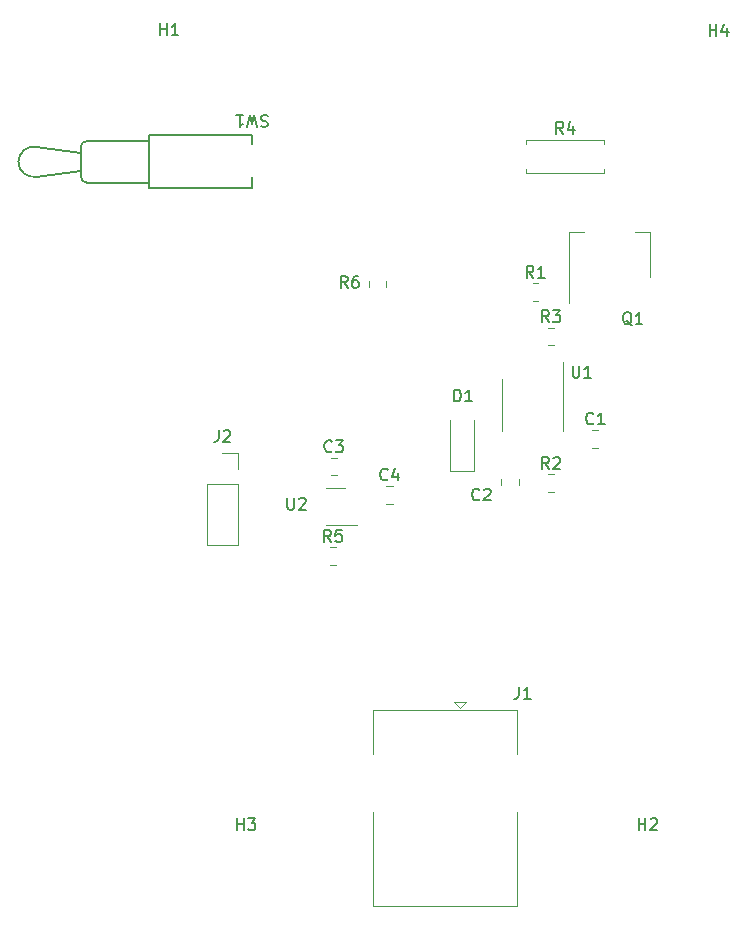
<source format=gbr>
%TF.GenerationSoftware,KiCad,Pcbnew,(6.0.1)*%
%TF.CreationDate,2022-03-26T14:46:19+01:00*%
%TF.ProjectId,fanali_coda_treno,66616e61-6c69-45f6-936f-64615f747265,rev?*%
%TF.SameCoordinates,Original*%
%TF.FileFunction,Legend,Top*%
%TF.FilePolarity,Positive*%
%FSLAX46Y46*%
G04 Gerber Fmt 4.6, Leading zero omitted, Abs format (unit mm)*
G04 Created by KiCad (PCBNEW (6.0.1)) date 2022-03-26 14:46:19*
%MOMM*%
%LPD*%
G01*
G04 APERTURE LIST*
%ADD10C,0.150000*%
%ADD11C,0.120000*%
G04 APERTURE END LIST*
D10*
%TO.C,R4*%
X34986933Y-10082380D02*
X34653600Y-9606190D01*
X34415504Y-10082380D02*
X34415504Y-9082380D01*
X34796457Y-9082380D01*
X34891695Y-9130000D01*
X34939314Y-9177619D01*
X34986933Y-9272857D01*
X34986933Y-9415714D01*
X34939314Y-9510952D01*
X34891695Y-9558571D01*
X34796457Y-9606190D01*
X34415504Y-9606190D01*
X35844076Y-9415714D02*
X35844076Y-10082380D01*
X35605980Y-9034761D02*
X35367885Y-9749047D01*
X35986933Y-9749047D01*
%TO.C,Q1*%
X40804761Y-26297619D02*
X40709523Y-26250000D01*
X40614285Y-26154761D01*
X40471428Y-26011904D01*
X40376190Y-25964285D01*
X40280952Y-25964285D01*
X40328571Y-26202380D02*
X40233333Y-26154761D01*
X40138095Y-26059523D01*
X40090476Y-25869047D01*
X40090476Y-25535714D01*
X40138095Y-25345238D01*
X40233333Y-25250000D01*
X40328571Y-25202380D01*
X40519047Y-25202380D01*
X40614285Y-25250000D01*
X40709523Y-25345238D01*
X40757142Y-25535714D01*
X40757142Y-25869047D01*
X40709523Y-26059523D01*
X40614285Y-26154761D01*
X40519047Y-26202380D01*
X40328571Y-26202380D01*
X41709523Y-26202380D02*
X41138095Y-26202380D01*
X41423809Y-26202380D02*
X41423809Y-25202380D01*
X41328571Y-25345238D01*
X41233333Y-25440476D01*
X41138095Y-25488095D01*
%TO.C,H3*%
X7368095Y-69052380D02*
X7368095Y-68052380D01*
X7368095Y-68528571D02*
X7939523Y-68528571D01*
X7939523Y-69052380D02*
X7939523Y-68052380D01*
X8320476Y-68052380D02*
X8939523Y-68052380D01*
X8606190Y-68433333D01*
X8749047Y-68433333D01*
X8844285Y-68480952D01*
X8891904Y-68528571D01*
X8939523Y-68623809D01*
X8939523Y-68861904D01*
X8891904Y-68957142D01*
X8844285Y-69004761D01*
X8749047Y-69052380D01*
X8463333Y-69052380D01*
X8368095Y-69004761D01*
X8320476Y-68957142D01*
%TO.C,C4*%
X20127933Y-39342542D02*
X20080314Y-39390161D01*
X19937457Y-39437780D01*
X19842219Y-39437780D01*
X19699361Y-39390161D01*
X19604123Y-39294923D01*
X19556504Y-39199685D01*
X19508885Y-39009209D01*
X19508885Y-38866352D01*
X19556504Y-38675876D01*
X19604123Y-38580638D01*
X19699361Y-38485400D01*
X19842219Y-38437780D01*
X19937457Y-38437780D01*
X20080314Y-38485400D01*
X20127933Y-38533019D01*
X20985076Y-38771114D02*
X20985076Y-39437780D01*
X20746980Y-38390161D02*
X20508885Y-39104447D01*
X21127933Y-39104447D01*
%TO.C,J2*%
X5813466Y-35163380D02*
X5813466Y-35877666D01*
X5765847Y-36020523D01*
X5670609Y-36115761D01*
X5527752Y-36163380D01*
X5432514Y-36163380D01*
X6242038Y-35258619D02*
X6289657Y-35211000D01*
X6384895Y-35163380D01*
X6622990Y-35163380D01*
X6718228Y-35211000D01*
X6765847Y-35258619D01*
X6813466Y-35353857D01*
X6813466Y-35449095D01*
X6765847Y-35591952D01*
X6194419Y-36163380D01*
X6813466Y-36163380D01*
%TO.C,R6*%
X16733333Y-23127380D02*
X16400000Y-22651190D01*
X16161904Y-23127380D02*
X16161904Y-22127380D01*
X16542857Y-22127380D01*
X16638095Y-22175000D01*
X16685714Y-22222619D01*
X16733333Y-22317857D01*
X16733333Y-22460714D01*
X16685714Y-22555952D01*
X16638095Y-22603571D01*
X16542857Y-22651190D01*
X16161904Y-22651190D01*
X17590476Y-22127380D02*
X17400000Y-22127380D01*
X17304761Y-22175000D01*
X17257142Y-22222619D01*
X17161904Y-22365476D01*
X17114285Y-22555952D01*
X17114285Y-22936904D01*
X17161904Y-23032142D01*
X17209523Y-23079761D01*
X17304761Y-23127380D01*
X17495238Y-23127380D01*
X17590476Y-23079761D01*
X17638095Y-23032142D01*
X17685714Y-22936904D01*
X17685714Y-22698809D01*
X17638095Y-22603571D01*
X17590476Y-22555952D01*
X17495238Y-22508333D01*
X17304761Y-22508333D01*
X17209523Y-22555952D01*
X17161904Y-22603571D01*
X17114285Y-22698809D01*
%TO.C,R3*%
X33793133Y-26031180D02*
X33459800Y-25554990D01*
X33221704Y-26031180D02*
X33221704Y-25031180D01*
X33602657Y-25031180D01*
X33697895Y-25078800D01*
X33745514Y-25126419D01*
X33793133Y-25221657D01*
X33793133Y-25364514D01*
X33745514Y-25459752D01*
X33697895Y-25507371D01*
X33602657Y-25554990D01*
X33221704Y-25554990D01*
X34126466Y-25031180D02*
X34745514Y-25031180D01*
X34412180Y-25412133D01*
X34555038Y-25412133D01*
X34650276Y-25459752D01*
X34697895Y-25507371D01*
X34745514Y-25602609D01*
X34745514Y-25840704D01*
X34697895Y-25935942D01*
X34650276Y-25983561D01*
X34555038Y-26031180D01*
X34269323Y-26031180D01*
X34174085Y-25983561D01*
X34126466Y-25935942D01*
%TO.C,R1*%
X32472333Y-22271980D02*
X32139000Y-21795790D01*
X31900904Y-22271980D02*
X31900904Y-21271980D01*
X32281857Y-21271980D01*
X32377095Y-21319600D01*
X32424714Y-21367219D01*
X32472333Y-21462457D01*
X32472333Y-21605314D01*
X32424714Y-21700552D01*
X32377095Y-21748171D01*
X32281857Y-21795790D01*
X31900904Y-21795790D01*
X33424714Y-22271980D02*
X32853285Y-22271980D01*
X33139000Y-22271980D02*
X33139000Y-21271980D01*
X33043761Y-21414838D01*
X32948523Y-21510076D01*
X32853285Y-21557695D01*
%TO.C,C1*%
X37552333Y-34592742D02*
X37504714Y-34640361D01*
X37361857Y-34687980D01*
X37266619Y-34687980D01*
X37123761Y-34640361D01*
X37028523Y-34545123D01*
X36980904Y-34449885D01*
X36933285Y-34259409D01*
X36933285Y-34116552D01*
X36980904Y-33926076D01*
X37028523Y-33830838D01*
X37123761Y-33735600D01*
X37266619Y-33687980D01*
X37361857Y-33687980D01*
X37504714Y-33735600D01*
X37552333Y-33783219D01*
X38504714Y-34687980D02*
X37933285Y-34687980D01*
X38219000Y-34687980D02*
X38219000Y-33687980D01*
X38123761Y-33830838D01*
X38028523Y-33926076D01*
X37933285Y-33973695D01*
%TO.C,J1*%
X31246666Y-56924880D02*
X31246666Y-57639166D01*
X31199047Y-57782023D01*
X31103809Y-57877261D01*
X30960952Y-57924880D01*
X30865714Y-57924880D01*
X32246666Y-57924880D02*
X31675238Y-57924880D01*
X31960952Y-57924880D02*
X31960952Y-56924880D01*
X31865714Y-57067738D01*
X31770476Y-57162976D01*
X31675238Y-57210595D01*
%TO.C,U2*%
X11638095Y-40902380D02*
X11638095Y-41711904D01*
X11685714Y-41807142D01*
X11733333Y-41854761D01*
X11828571Y-41902380D01*
X12019047Y-41902380D01*
X12114285Y-41854761D01*
X12161904Y-41807142D01*
X12209523Y-41711904D01*
X12209523Y-40902380D01*
X12638095Y-40997619D02*
X12685714Y-40950000D01*
X12780952Y-40902380D01*
X13019047Y-40902380D01*
X13114285Y-40950000D01*
X13161904Y-40997619D01*
X13209523Y-41092857D01*
X13209523Y-41188095D01*
X13161904Y-41330952D01*
X12590476Y-41902380D01*
X13209523Y-41902380D01*
%TO.C,R2*%
X33793133Y-38451780D02*
X33459800Y-37975590D01*
X33221704Y-38451780D02*
X33221704Y-37451780D01*
X33602657Y-37451780D01*
X33697895Y-37499400D01*
X33745514Y-37547019D01*
X33793133Y-37642257D01*
X33793133Y-37785114D01*
X33745514Y-37880352D01*
X33697895Y-37927971D01*
X33602657Y-37975590D01*
X33221704Y-37975590D01*
X34174085Y-37547019D02*
X34221704Y-37499400D01*
X34316942Y-37451780D01*
X34555038Y-37451780D01*
X34650276Y-37499400D01*
X34697895Y-37547019D01*
X34745514Y-37642257D01*
X34745514Y-37737495D01*
X34697895Y-37880352D01*
X34126466Y-38451780D01*
X34745514Y-38451780D01*
%TO.C,C3*%
X15403533Y-36954942D02*
X15355914Y-37002561D01*
X15213057Y-37050180D01*
X15117819Y-37050180D01*
X14974961Y-37002561D01*
X14879723Y-36907323D01*
X14832104Y-36812085D01*
X14784485Y-36621609D01*
X14784485Y-36478752D01*
X14832104Y-36288276D01*
X14879723Y-36193038D01*
X14974961Y-36097800D01*
X15117819Y-36050180D01*
X15213057Y-36050180D01*
X15355914Y-36097800D01*
X15403533Y-36145419D01*
X15736866Y-36050180D02*
X16355914Y-36050180D01*
X16022580Y-36431133D01*
X16165438Y-36431133D01*
X16260676Y-36478752D01*
X16308295Y-36526371D01*
X16355914Y-36621609D01*
X16355914Y-36859704D01*
X16308295Y-36954942D01*
X16260676Y-37002561D01*
X16165438Y-37050180D01*
X15879723Y-37050180D01*
X15784485Y-37002561D01*
X15736866Y-36954942D01*
%TO.C,C2*%
X27908333Y-41032142D02*
X27860714Y-41079761D01*
X27717857Y-41127380D01*
X27622619Y-41127380D01*
X27479761Y-41079761D01*
X27384523Y-40984523D01*
X27336904Y-40889285D01*
X27289285Y-40698809D01*
X27289285Y-40555952D01*
X27336904Y-40365476D01*
X27384523Y-40270238D01*
X27479761Y-40175000D01*
X27622619Y-40127380D01*
X27717857Y-40127380D01*
X27860714Y-40175000D01*
X27908333Y-40222619D01*
X28289285Y-40222619D02*
X28336904Y-40175000D01*
X28432142Y-40127380D01*
X28670238Y-40127380D01*
X28765476Y-40175000D01*
X28813095Y-40222619D01*
X28860714Y-40317857D01*
X28860714Y-40413095D01*
X28813095Y-40555952D01*
X28241666Y-41127380D01*
X28860714Y-41127380D01*
%TO.C,R5*%
X15329233Y-44623980D02*
X14995900Y-44147790D01*
X14757804Y-44623980D02*
X14757804Y-43623980D01*
X15138757Y-43623980D01*
X15233995Y-43671600D01*
X15281614Y-43719219D01*
X15329233Y-43814457D01*
X15329233Y-43957314D01*
X15281614Y-44052552D01*
X15233995Y-44100171D01*
X15138757Y-44147790D01*
X14757804Y-44147790D01*
X16233995Y-43623980D02*
X15757804Y-43623980D01*
X15710185Y-44100171D01*
X15757804Y-44052552D01*
X15853042Y-44004933D01*
X16091138Y-44004933D01*
X16186376Y-44052552D01*
X16233995Y-44100171D01*
X16281614Y-44195409D01*
X16281614Y-44433504D01*
X16233995Y-44528742D01*
X16186376Y-44576361D01*
X16091138Y-44623980D01*
X15853042Y-44623980D01*
X15757804Y-44576361D01*
X15710185Y-44528742D01*
%TO.C,U1*%
X35788095Y-29727380D02*
X35788095Y-30536904D01*
X35835714Y-30632142D01*
X35883333Y-30679761D01*
X35978571Y-30727380D01*
X36169047Y-30727380D01*
X36264285Y-30679761D01*
X36311904Y-30632142D01*
X36359523Y-30536904D01*
X36359523Y-29727380D01*
X37359523Y-30727380D02*
X36788095Y-30727380D01*
X37073809Y-30727380D02*
X37073809Y-29727380D01*
X36978571Y-29870238D01*
X36883333Y-29965476D01*
X36788095Y-30013095D01*
%TO.C,D1*%
X25761904Y-32752380D02*
X25761904Y-31752380D01*
X26000000Y-31752380D01*
X26142857Y-31800000D01*
X26238095Y-31895238D01*
X26285714Y-31990476D01*
X26333333Y-32180952D01*
X26333333Y-32323809D01*
X26285714Y-32514285D01*
X26238095Y-32609523D01*
X26142857Y-32704761D01*
X26000000Y-32752380D01*
X25761904Y-32752380D01*
X27285714Y-32752380D02*
X26714285Y-32752380D01*
X27000000Y-32752380D02*
X27000000Y-31752380D01*
X26904761Y-31895238D01*
X26809523Y-31990476D01*
X26714285Y-32038095D01*
%TO.C,H1*%
X838095Y-1732380D02*
X838095Y-732380D01*
X838095Y-1208571D02*
X1409523Y-1208571D01*
X1409523Y-1732380D02*
X1409523Y-732380D01*
X2409523Y-1732380D02*
X1838095Y-1732380D01*
X2123809Y-1732380D02*
X2123809Y-732380D01*
X2028571Y-875238D01*
X1933333Y-970476D01*
X1838095Y-1018095D01*
%TO.C,SW1*%
X9979720Y-8557738D02*
X9836863Y-8510119D01*
X9598767Y-8510119D01*
X9503529Y-8557738D01*
X9455910Y-8605357D01*
X9408291Y-8700595D01*
X9408291Y-8795833D01*
X9455910Y-8891071D01*
X9503529Y-8938690D01*
X9598767Y-8986309D01*
X9789244Y-9033928D01*
X9884482Y-9081547D01*
X9932101Y-9129166D01*
X9979720Y-9224404D01*
X9979720Y-9319642D01*
X9932101Y-9414880D01*
X9884482Y-9462500D01*
X9789244Y-9510119D01*
X9551148Y-9510119D01*
X9408291Y-9462500D01*
X9074958Y-9510119D02*
X8836863Y-8510119D01*
X8646387Y-9224404D01*
X8455910Y-8510119D01*
X8217815Y-9510119D01*
X7313053Y-8510119D02*
X7884482Y-8510119D01*
X7598767Y-8510119D02*
X7598767Y-9510119D01*
X7694006Y-9367261D01*
X7789244Y-9272023D01*
X7884482Y-9224404D01*
%TO.C,H2*%
X41388095Y-69012380D02*
X41388095Y-68012380D01*
X41388095Y-68488571D02*
X41959523Y-68488571D01*
X41959523Y-69012380D02*
X41959523Y-68012380D01*
X42388095Y-68107619D02*
X42435714Y-68060000D01*
X42530952Y-68012380D01*
X42769047Y-68012380D01*
X42864285Y-68060000D01*
X42911904Y-68107619D01*
X42959523Y-68202857D01*
X42959523Y-68298095D01*
X42911904Y-68440952D01*
X42340476Y-69012380D01*
X42959523Y-69012380D01*
%TO.C,H4*%
X47388095Y-1802380D02*
X47388095Y-802380D01*
X47388095Y-1278571D02*
X47959523Y-1278571D01*
X47959523Y-1802380D02*
X47959523Y-802380D01*
X48864285Y-1135714D02*
X48864285Y-1802380D01*
X48626190Y-754761D02*
X48388095Y-1469047D01*
X49007142Y-1469047D01*
D11*
%TO.C,R4*%
X38423600Y-13370000D02*
X38423600Y-13040000D01*
X31883600Y-10630000D02*
X38423600Y-10630000D01*
X31883600Y-10960000D02*
X31883600Y-10630000D01*
X38423600Y-10630000D02*
X38423600Y-10960000D01*
X31883600Y-13370000D02*
X38423600Y-13370000D01*
X31883600Y-13040000D02*
X31883600Y-13370000D01*
%TO.C,Q1*%
X42348200Y-18410400D02*
X41088200Y-18410400D01*
X35528200Y-24420400D02*
X35528200Y-18410400D01*
X35528200Y-18410400D02*
X36788200Y-18410400D01*
X42348200Y-22170400D02*
X42348200Y-18410400D01*
%TO.C,C4*%
X20033348Y-41400400D02*
X20555852Y-41400400D01*
X20033348Y-39930400D02*
X20555852Y-39930400D01*
%TO.C,J2*%
X7476800Y-39751000D02*
X7476800Y-44891000D01*
X4816800Y-39751000D02*
X7476800Y-39751000D01*
X4816800Y-39751000D02*
X4816800Y-44891000D01*
X6146800Y-37151000D02*
X7476800Y-37151000D01*
X7476800Y-37151000D02*
X7476800Y-38481000D01*
X4816800Y-44891000D02*
X7476800Y-44891000D01*
%TO.C,R6*%
X20013600Y-22582136D02*
X20013600Y-23036264D01*
X18543600Y-22582136D02*
X18543600Y-23036264D01*
%TO.C,R3*%
X33732736Y-26493800D02*
X34186864Y-26493800D01*
X33732736Y-27963800D02*
X34186864Y-27963800D01*
%TO.C,R1*%
X32411936Y-22734600D02*
X32866064Y-22734600D01*
X32411936Y-24204600D02*
X32866064Y-24204600D01*
%TO.C,C1*%
X37457748Y-36650600D02*
X37980252Y-36650600D01*
X37457748Y-35180600D02*
X37980252Y-35180600D01*
%TO.C,J1*%
X18890000Y-58862500D02*
X18890000Y-62612500D01*
X31110000Y-58862500D02*
X31110000Y-62612500D01*
X26750000Y-58162500D02*
X25750000Y-58162500D01*
X31110000Y-75482500D02*
X31110000Y-67512500D01*
X18890000Y-75482500D02*
X18890000Y-67512500D01*
X26250000Y-58662500D02*
X26750000Y-58162500D01*
X18890000Y-58862500D02*
X31110000Y-58862500D01*
X25750000Y-58162500D02*
X26250000Y-58662500D01*
X18890000Y-75482500D02*
X31110000Y-75482500D01*
%TO.C,U2*%
X15748400Y-40055600D02*
X14948400Y-40055600D01*
X15748400Y-40055600D02*
X16548400Y-40055600D01*
X15748400Y-43175600D02*
X14948400Y-43175600D01*
X15748400Y-43175600D02*
X17548400Y-43175600D01*
%TO.C,R2*%
X33732736Y-38914400D02*
X34186864Y-38914400D01*
X33732736Y-40384400D02*
X34186864Y-40384400D01*
%TO.C,C3*%
X15308948Y-37542800D02*
X15831452Y-37542800D01*
X15308948Y-39012800D02*
X15831452Y-39012800D01*
%TO.C,C2*%
X29770400Y-39311948D02*
X29770400Y-39834452D01*
X31240400Y-39311948D02*
X31240400Y-39834452D01*
%TO.C,R5*%
X15268836Y-45086600D02*
X15722964Y-45086600D01*
X15268836Y-46556600D02*
X15722964Y-46556600D01*
%TO.C,U1*%
X34995000Y-33045400D02*
X34995000Y-35245400D01*
X29775000Y-33045400D02*
X29775000Y-30845400D01*
X29775000Y-33045400D02*
X29775000Y-35245400D01*
X34995000Y-33045400D02*
X34995000Y-29445400D01*
%TO.C,D1*%
X25416000Y-34315400D02*
X25416000Y-38615400D01*
X25416000Y-38615400D02*
X27416000Y-38615400D01*
X27416000Y-38615400D02*
X27416000Y-34315400D01*
D10*
%TO.C,SW1*%
X-5853613Y-13212500D02*
X-9603613Y-13712500D01*
X-5353613Y-10712500D02*
X-103613Y-10712500D01*
X-103613Y-14712500D02*
X-103613Y-10212500D01*
X-5853613Y-13712500D02*
X-5853613Y-11212500D01*
X-103613Y-14212500D02*
X-5353613Y-14212500D01*
X8646387Y-10212500D02*
X8646387Y-10962500D01*
X-9603613Y-11212500D02*
X-5853613Y-11712500D01*
X3396387Y-14712500D02*
X-103613Y-14712500D01*
X8646387Y-14712500D02*
X3396387Y-14712500D01*
X-103613Y-10212500D02*
X8646387Y-10212500D01*
X8646387Y-13712500D02*
X8646387Y-14712500D01*
X-5853613Y-13712500D02*
G75*
G03*
X-5353613Y-14212500I500001J1D01*
G01*
X-5353613Y-10712500D02*
G75*
G03*
X-5853613Y-11212500I1J-500001D01*
G01*
X-9603613Y-11212500D02*
G75*
G03*
X-9603613Y-13712500I-252522J-1250000D01*
G01*
%TD*%
M02*

</source>
